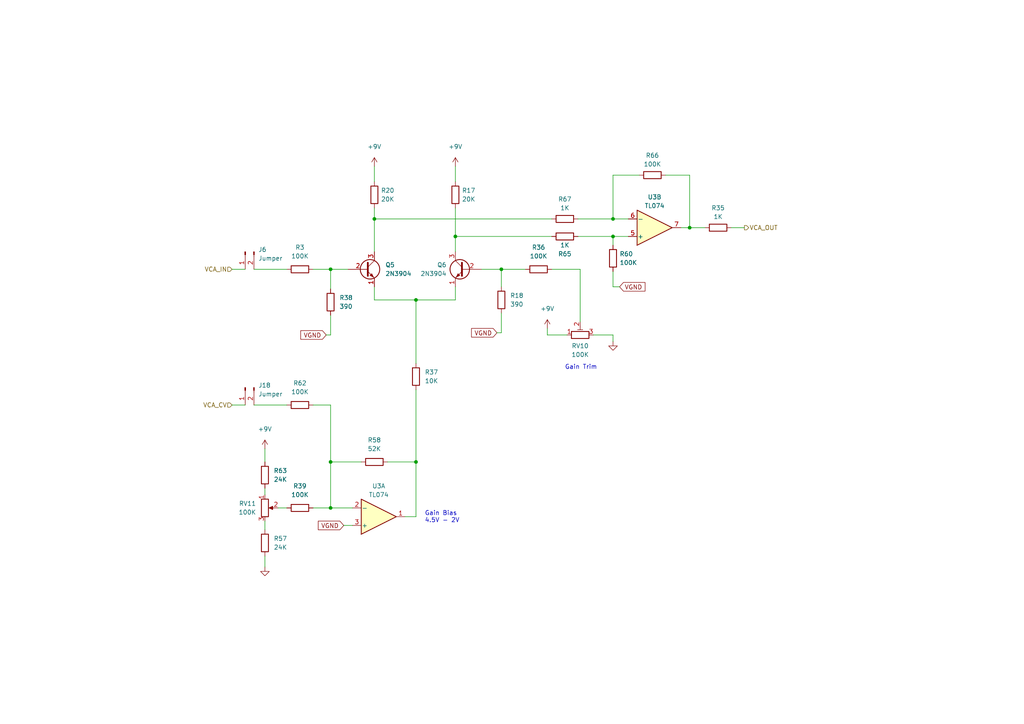
<source format=kicad_sch>
(kicad_sch (version 20211123) (generator eeschema)
  (paper "A4")
  (title_block (title "LivSynth - VCA") (date "2022-07-18") (rev "${Version}") (company "SloBlo Labs"))
  (lib_symbols
    (symbol "Amplifier_Operational:TL074" (pin_names (offset 0.127))
      (property "Reference" "U" (at 0 5.08 0))
      (property "Value" "TL074" (at 0 -5.08 0))
      (symbol "TL074_1_1"
        (polyline (pts (xy -5.08 5.08) (xy 5.08 0) (xy -5.08 -5.08) (xy -5.08 5.08)) (stroke (width 0.254)) (fill (type background)))
        (pin output line (at 7.62 0 180) (length 2.54) (name "~") (number "1"))
        (pin input line (at -7.62 -2.54 0) (length 2.54) (name "-") (number "2"))
        (pin input line (at -7.62 2.54 0) (length 2.54) (name "+") (number "3"))
      )
      (symbol "TL074_2_1"
        (polyline (pts (xy -5.08 5.08) (xy 5.08 0) (xy -5.08 -5.08) (xy -5.08 5.08)) (stroke (width 0.254)) (fill (type background)))
        (pin input line (at -7.62 2.54 0) (length 2.54) (name "+") (number "5"))
        (pin input line (at -7.62 -2.54 0) (length 2.54) (name "-") (number "6"))
        (pin output line (at 7.62 0 180) (length 2.54) (name "~") (number "7"))
      )
      (symbol "TL074_3_1"
        (polyline (pts (xy -5.08 5.08) (xy 5.08 0) (xy -5.08 -5.08) (xy -5.08 5.08)) (stroke (width 0.254)) (fill (type background)))
        (pin input line (at -7.62 2.54 0) (length 2.54) (name "+") (number "10"))
        (pin output line (at 7.62 0 180) (length 2.54) (name "~") (number "8"))
        (pin input line (at -7.62 -2.54 0) (length 2.54) (name "-") (number "9"))
      )
      (symbol "TL074_4_1"
        (polyline (pts (xy -5.08 5.08) (xy 5.08 0) (xy -5.08 -5.08) (xy -5.08 5.08)) (stroke (width 0.254)) (fill (type background)))
        (pin input line (at -7.62 2.54 0) (length 2.54) (name "+") (number "12"))
        (pin input line (at -7.62 -2.54 0) (length 2.54) (name "-") (number "13"))
        (pin output line (at 7.62 0 180) (length 2.54) (name "~") (number "14"))
      )
      (symbol "TL074_5_1"
        (pin power_in line (at -2.54 -7.62 90) (length 3.81) (name "V-") (number "11"))
        (pin power_in line (at -2.54 7.62 270) (length 3.81) (name "V+") (number "4"))
      )
    )
    (symbol "Connector:Conn_01x02_Male" (pin_names (offset 1.016) hide)
      (property "Reference" "J" (at 0 2.54 0))
      (property "Value" "Conn_01x02_Male" (at 0 -5.08 0))
      (symbol "Conn_01x02_Male_1_1"
        (polyline (pts (xy 1.27 -2.54) (xy 0.8636 -2.54)) (stroke (width 0.1524)))
        (polyline (pts (xy 1.27 0) (xy 0.8636 0)) (stroke (width 0.1524)))
        (rectangle (start 0.8636 -2.413) (end 0 -2.667) (stroke (width 0.1524)) (fill (type outline)))
        (rectangle (start 0.8636 0.127) (end 0 -0.127) (stroke (width 0.1524)) (fill (type outline)))
        (pin passive line (at 5.08 0 180) (length 3.81) (name "Pin_1") (number "1"))
        (pin passive line (at 5.08 -2.54 180) (length 3.81) (name "Pin_2") (number "2"))
      )
    )
    (symbol "Device:R" (pin_numbers hide) (pin_names (offset 0))
      (property "Reference" "R" (at 2.032 0 90))
      (property "Value" "R" (at 0 0 90))
      (symbol "R_0_1"
        (rectangle (start -1.016 -2.54) (end 1.016 2.54) (stroke (width 0.254)))
      )
      (symbol "R_1_1"
        (pin passive line (at 0 3.81 270) (length 1.27) (name "~") (number "1"))
        (pin passive line (at 0 -3.81 90) (length 1.27) (name "~") (number "2"))
      )
    )
    (symbol "Device:R_Potentiometer" (pin_names (offset 1.016) hide)
      (property "Reference" "RV" (at -4.445 0 90))
      (property "Value" "R_Potentiometer" (at -2.54 0 90))
      (symbol "R_Potentiometer_0_1"
        (polyline (pts (xy 2.54 0) (xy 1.524 0)))
        (polyline (pts (xy 1.143 0) (xy 2.286 0.508) (xy 2.286 -0.508) (xy 1.143 0)) (fill (type outline)))
        (rectangle (start 1.016 2.54) (end -1.016 -2.54) (stroke (width 0.254)))
      )
      (symbol "R_Potentiometer_1_1"
        (pin passive line (at 0 3.81 270) (length 1.27) (name "1") (number "1"))
        (pin passive line (at 3.81 0 180) (length 1.27) (name "2") (number "2"))
        (pin passive line (at 0 -3.81 90) (length 1.27) (name "3") (number "3"))
      )
    )
    (symbol "Device:R_Potentiometer_Trim" (pin_names (offset 1.016) hide)
      (property "Reference" "RV" (at -4.445 0 90))
      (property "Value" "R_Potentiometer_Trim" (at -2.54 0 90))
      (symbol "R_Potentiometer_Trim_0_1"
        (polyline (pts (xy 1.524 0.762) (xy 1.524 -0.762)))
        (polyline (pts (xy 2.54 0) (xy 1.524 0)))
        (rectangle (start 1.016 2.54) (end -1.016 -2.54) (stroke (width 0.254)))
      )
      (symbol "R_Potentiometer_Trim_1_1"
        (pin passive line (at 0 3.81 270) (length 1.27) (name "1") (number "1"))
        (pin passive line (at 3.81 0 180) (length 1.27) (name "2") (number "2"))
        (pin passive line (at 0 -3.81 90) (length 1.27) (name "3") (number "3"))
      )
    )
    (symbol "Transistor_BJT:2N3904" (pin_names (offset 0) hide)
      (property "Reference" "Q" (at 5.08 1.905 0))
      (property "Value" "2N3904" (at 5.08 0 0))
      (symbol "2N3904_0_1"
        (polyline (pts (xy 0.635 0.635) (xy 2.54 2.54)))
        (polyline (pts (xy 0.635 -0.635) (xy 2.54 -2.54) (xy 2.54 -2.54)))
        (polyline (pts (xy 0.635 1.905) (xy 0.635 -1.905) (xy 0.635 -1.905)) (stroke (width 0.508)))
        (polyline (pts (xy 1.27 -1.778) (xy 1.778 -1.27) (xy 2.286 -2.286) (xy 1.27 -1.778) (xy 1.27 -1.778)) (fill (type outline)))
        (circle (center 1.27 0) (radius 2.8194) (stroke (width 0.254)))
      )
      (symbol "2N3904_1_1"
        (pin passive line (at 2.54 -5.08 90) (length 2.54) (name "E") (number "1"))
        (pin passive line (at -5.08 0 0) (length 5.715) (name "B") (number "2"))
        (pin passive line (at 2.54 5.08 270) (length 2.54) (name "C") (number "3"))
      )
    )
    (symbol "power:+9V" (power) (pin_names (offset 0))
      (property "Value" "+9V" (at 0 3.556 0))
      (symbol "+9V_0_1"
        (polyline (pts (xy -0.762 1.27) (xy 0 2.54)))
        (polyline (pts (xy 0 0) (xy 0 2.54)))
        (polyline (pts (xy 0 2.54) (xy 0.762 1.27)))
      )
      (symbol "+9V_1_1"
        (pin power_in line (at 0 0 90) (length 0) hide (name "+9V") (number "1"))
      )
    )
    (symbol "power:GND" (power) (pin_names (offset 0))
      (property "Value" "GND" (at 0 -3.81 0))
      (symbol "GND_0_1"
        (polyline (pts (xy 0 0) (xy 0 -1.27) (xy 1.27 -1.27) (xy 0 -2.54) (xy -1.27 -1.27) (xy 0 -1.27)))
      )
      (symbol "GND_1_1"
        (pin power_in line (at 0 0 270) (length 0) hide (name "GND") (number "1"))
      )
    )
  )
  (junction (at 177.8 68.58))
  (junction (at 120.65 86.995))
  (junction (at 95.885 147.32))
  (junction (at 132.08 68.58))
  (junction (at 108.585 63.5))
  (junction (at 200.025 66.04))
  (junction (at 95.885 78.105))
  (junction (at 95.885 133.985))
  (junction (at 120.65 133.985))
  (junction (at 145.415 78.105))
  (junction (at 177.8 63.5))
  (wire (pts (xy 200.025 66.04) (xy 204.47 66.04)))
  (wire (pts (xy 67.31 117.475) (xy 71.12 117.475)))
  (wire (pts (xy 108.585 48.26) (xy 108.585 52.705)))
  (wire (pts (xy 139.7 78.105) (xy 145.415 78.105)))
  (wire (pts (xy 120.65 133.985) (xy 120.65 149.86)))
  (wire (pts (xy 90.805 117.475) (xy 95.885 117.475)))
  (wire (pts (xy 90.805 147.32) (xy 95.885 147.32)))
  (wire (pts (xy 200.025 66.04) (xy 200.025 50.8)))
  (wire (pts (xy 120.65 86.995) (xy 132.08 86.995)))
  (wire (pts (xy 95.885 147.32) (xy 102.235 147.32)))
  (wire (pts (xy 212.09 66.04) (xy 215.9 66.04)))
  (wire (pts (xy 177.8 50.8) (xy 177.8 63.5)))
  (wire (pts (xy 177.8 68.58) (xy 177.8 71.12)))
  (wire (pts (xy 185.42 50.8) (xy 177.8 50.8)))
  (wire (pts (xy 177.8 83.185) (xy 179.705 83.185)))
  (wire (pts (xy 200.025 50.8) (xy 193.04 50.8)))
  (wire (pts (xy 76.835 130.175) (xy 76.835 133.985)))
  (wire (pts (xy 73.66 78.105) (xy 83.185 78.105)))
  (wire (pts (xy 158.75 95.25) (xy 158.75 97.155)))
  (wire (pts (xy 95.885 78.105) (xy 100.965 78.105)))
  (wire (pts (xy 90.805 78.105) (xy 95.885 78.105)))
  (wire (pts (xy 108.585 63.5) (xy 108.585 73.025)))
  (wire (pts (xy 144.145 96.52) (xy 145.415 96.52)))
  (wire (pts (xy 132.08 68.58) (xy 132.08 73.025)))
  (wire (pts (xy 160.02 78.105) (xy 168.275 78.105)))
  (wire (pts (xy 99.695 152.4) (xy 102.235 152.4)))
  (wire (pts (xy 120.65 105.41) (xy 120.65 86.995)))
  (wire (pts (xy 177.8 63.5) (xy 182.245 63.5)))
  (wire (pts (xy 76.835 161.29) (xy 76.835 164.465)))
  (wire (pts (xy 108.585 86.995) (xy 120.65 86.995)))
  (wire (pts (xy 112.395 133.985) (xy 120.65 133.985)))
  (wire (pts (xy 94.615 97.155) (xy 95.885 97.155)))
  (wire (pts (xy 167.64 63.5) (xy 177.8 63.5)))
  (wire (pts (xy 168.275 78.105) (xy 168.275 93.345)))
  (wire (pts (xy 76.835 141.605) (xy 76.835 143.51)))
  (wire (pts (xy 67.31 78.105) (xy 71.12 78.105)))
  (wire (pts (xy 197.485 66.04) (xy 200.025 66.04)))
  (wire (pts (xy 95.885 83.82) (xy 95.885 78.105)))
  (wire (pts (xy 73.66 117.475) (xy 83.185 117.475)))
  (wire (pts (xy 108.585 60.325) (xy 108.585 63.5)))
  (wire (pts (xy 177.8 97.155) (xy 177.8 99.06)))
  (wire (pts (xy 158.75 97.155) (xy 164.465 97.155)))
  (wire (pts (xy 145.415 78.105) (xy 152.4 78.105)))
  (wire (pts (xy 104.775 133.985) (xy 95.885 133.985)))
  (wire (pts (xy 76.835 151.13) (xy 76.835 153.67)))
  (wire (pts (xy 145.415 96.52) (xy 145.415 90.805)))
  (wire (pts (xy 177.8 78.74) (xy 177.8 83.185)))
  (wire (pts (xy 120.65 149.86) (xy 117.475 149.86)))
  (wire (pts (xy 108.585 83.185) (xy 108.585 86.995)))
  (wire (pts (xy 120.65 113.03) (xy 120.65 133.985)))
  (wire (pts (xy 132.08 60.325) (xy 132.08 68.58)))
  (wire (pts (xy 177.8 68.58) (xy 182.245 68.58)))
  (wire (pts (xy 95.885 117.475) (xy 95.885 133.985)))
  (wire (pts (xy 132.08 52.705) (xy 132.08 48.26)))
  (wire (pts (xy 132.08 68.58) (xy 160.02 68.58)))
  (wire (pts (xy 108.585 63.5) (xy 160.02 63.5)))
  (wire (pts (xy 95.885 133.985) (xy 95.885 147.32)))
  (wire (pts (xy 132.08 86.995) (xy 132.08 83.185)))
  (wire (pts (xy 172.085 97.155) (xy 177.8 97.155)))
  (wire (pts (xy 167.64 68.58) (xy 177.8 68.58)))
  (wire (pts (xy 145.415 83.185) (xy 145.415 78.105)))
  (wire (pts (xy 80.645 147.32) (xy 83.185 147.32)))
  (wire (pts (xy 95.885 97.155) (xy 95.885 91.44)))
  (text "Gain Trim" (at 163.83 107.315 0) (effects (font (size 1.27 1.27)) (justify left bottom)))
  (text "Gain Bias\n4.5V - 2V" (at 123.19 151.765 0) (effects (font (size 1.27 1.27)) (justify left bottom)))
  (global_label "VGND" (shape input) (at 179.705 83.185 0) (property "Intersheet References" "${INTERSHEET_REFS}" (effects hide)))
  (global_label "VGND" (shape input) (at 94.615 97.155 180) (property "Intersheet References" "${INTERSHEET_REFS}" (effects hide)))
  (global_label "VGND" (shape input) (at 99.695 152.4 180) (property "Intersheet References" "${INTERSHEET_REFS}" (effects hide)))
  (global_label "VGND" (shape input) (at 144.145 96.52 180) (property "Intersheet References" "${INTERSHEET_REFS}" (effects hide)))
  (hierarchical_label "VCA_OUT" (shape output) (at 215.9 66.04 0))
  (hierarchical_label "VCA_IN" (shape input) (at 67.31 78.105 180))
  (hierarchical_label "VCA_CV" (shape input) (at 67.31 117.475 180))
  (symbol (lib_id "power:GND") (at 76.835 164.465 0) (unit 1)
    (property "Reference" "#PWR061" (effects hide))
    (property "Value" "GND" (effects hide))
  )
  (symbol (lib_id "power:+9V") (at 108.585 48.26 0) (unit 1)
    (property "Reference" "#PWR056" (effects hide))
    (property "Value" "+9V" (at 108.585 42.545 0))
  )
  (symbol (lib_id "Device:R") (at 132.08 56.515 0) (unit 1)
    (property "Reference" "R17" (at 133.985 55.2449 0) (effects (justify left)))
    (property "Value" "20K" (at 133.985 57.7849 0) (effects (justify left)))
    (property "Footprint" "Resistor_THT:R_Axial_DIN0207_L6.3mm_D2.5mm_P7.62mm_Horizontal" (effects hide))
  )
  (symbol (lib_id "Device:R") (at 120.65 109.22 0) (unit 1)
    (property "Reference" "R37" (at 123.19 107.9499 0) (effects (justify left)))
    (property "Value" "10K" (at 123.19 110.4899 0) (effects (justify left)))
    (property "Footprint" "Resistor_THT:R_Axial_DIN0207_L6.3mm_D2.5mm_P7.62mm_Horizontal" (effects hide))
  )
  (symbol (lib_id "Device:R") (at 95.885 87.63 0) (unit 1)
    (property "Reference" "R38" (at 98.425 86.3599 0) (effects (justify left)))
    (property "Value" "390" (at 98.425 88.8999 0) (effects (justify left)))
    (property "Footprint" "Resistor_THT:R_Axial_DIN0207_L6.3mm_D2.5mm_P7.62mm_Horizontal" (effects hide))
  )
  (symbol (lib_id "Device:R") (at 86.995 147.32 90) (unit 1)
    (property "Reference" "R39" (at 86.995 140.97 90))
    (property "Value" "100K" (at 86.995 143.51 90))
    (property "Footprint" "Resistor_THT:R_Axial_DIN0207_L6.3mm_D2.5mm_P7.62mm_Horizontal" (effects hide))
  )
  (symbol (lib_id "power:+9V") (at 132.08 48.26 0) (unit 1)
    (property "Reference" "#PWR057" (effects hide))
    (property "Value" "+9V" (at 132.08 42.545 0))
  )
  (symbol (lib_id "Device:R") (at 108.585 56.515 0) (unit 1)
    (property "Reference" "R20" (at 110.49 55.2449 0) (effects (justify left)))
    (property "Value" "20K" (at 110.49 57.7849 0) (effects (justify left)))
    (property "Footprint" "Resistor_THT:R_Axial_DIN0207_L6.3mm_D2.5mm_P7.62mm_Horizontal" (effects hide))
  )
  (symbol (lib_id "Device:R") (at 76.835 137.795 0) (unit 1)
    (property "Reference" "R63" (at 79.375 136.5249 0) (effects (justify left)))
    (property "Value" "24K" (at 79.375 139.0649 0) (effects (justify left)))
    (property "Footprint" "Resistor_THT:R_Axial_DIN0207_L6.3mm_D2.5mm_P7.62mm_Horizontal" (effects hide))
  )
  (symbol (lib_id "Device:R") (at 86.995 117.475 90) (unit 1)
    (property "Reference" "R62" (at 86.995 111.125 90))
    (property "Value" "100K" (at 86.995 113.665 90))
    (property "Footprint" "Resistor_THT:R_Axial_DIN0207_L6.3mm_D2.5mm_P7.62mm_Horizontal" (effects hide))
  )
  (symbol (lib_id "Transistor_BJT:2N3904") (at 106.045 78.105 0) (unit 1)
    (property "Reference" "Q5" (at 111.76 76.8349 0) (effects (justify left)))
    (property "Value" "2N3904" (at 111.76 79.3749 0) (effects (justify left)))
    (property "Footprint" "Package_TO_SOT_THT:TO-92_Inline" (effects hide))
    (property "Datasheet" "https://www.onsemi.com/pub/Collateral/2N3903-D.PDF" (effects hide))
  )
  (symbol (lib_id "Amplifier_Operational:TL074") (at 189.865 66.04 0) (mirror x) (unit 2)
    (property "Reference" "U3" (at 189.865 57.15 0))
    (property "Value" "TL074" (at 189.865 59.69 0))
    (property "Footprint" "Package_SO:SOIC-14_3.9x8.7mm_P1.27mm" (effects hide))
    (property "Datasheet" "http://www.ti.com/lit/ds/symlink/tl071.pdf" (effects hide))
  )
  (symbol (lib_id "Device:R") (at 108.585 133.985 90) (unit 1)
    (property "Reference" "R58" (at 108.585 127.635 90))
    (property "Value" "52K" (at 108.585 130.175 90))
    (property "Footprint" "Resistor_THT:R_Axial_DIN0207_L6.3mm_D2.5mm_P7.62mm_Horizontal" (effects hide))
  )
  (symbol (lib_id "Connector:Conn_01x02_Male") (at 71.12 73.025 90) (mirror x) (unit 1)
    (property "Reference" "J6" (at 74.93 72.3899 90) (effects (justify right)))
    (property "Value" "Jumper" (at 74.93 74.9299 90) (effects (justify right)))
    (property "Footprint" "Connector_PinHeader_2.54mm:PinHeader_1x02_P2.54mm_Vertical" (effects hide))
  )
  (symbol (lib_id "Device:R") (at 163.83 63.5 90) (unit 1)
    (property "Reference" "R67" (at 163.83 57.785 90))
    (property "Value" "1K" (at 163.83 60.325 90))
    (property "Footprint" "Resistor_THT:R_Axial_DIN0207_L6.3mm_D2.5mm_P7.62mm_Horizontal" (effects hide))
  )
  (symbol (lib_id "Connector:Conn_01x02_Male") (at 71.12 112.395 90) (mirror x) (unit 1)
    (property "Reference" "J18" (at 74.93 111.7599 90) (effects (justify right)))
    (property "Value" "Jumper" (at 74.93 114.2999 90) (effects (justify right)))
    (property "Footprint" "Connector_PinHeader_2.54mm:PinHeader_1x02_P2.54mm_Vertical" (effects hide))
  )
  (symbol (lib_id "Device:R") (at 86.995 78.105 90) (unit 1)
    (property "Reference" "R3" (at 86.995 71.755 90))
    (property "Value" "100K" (at 86.995 74.295 90))
    (property "Footprint" "Resistor_THT:R_Axial_DIN0207_L6.3mm_D2.5mm_P7.62mm_Horizontal" (effects hide))
  )
  (symbol (lib_id "Device:R") (at 163.83 68.58 90) (unit 1)
    (property "Reference" "R65" (at 163.83 73.66 90))
    (property "Value" "1K" (at 163.83 71.12 90))
    (property "Footprint" "Resistor_THT:R_Axial_DIN0207_L6.3mm_D2.5mm_P7.62mm_Horizontal" (effects hide))
  )
  (symbol (lib_id "Device:R") (at 156.21 78.105 90) (unit 1)
    (property "Reference" "R36" (at 156.21 71.755 90))
    (property "Value" "100K" (at 156.21 74.295 90))
    (property "Footprint" "Resistor_THT:R_Axial_DIN0207_L6.3mm_D2.5mm_P7.62mm_Horizontal" (effects hide))
  )
  (symbol (lib_id "Device:R_Potentiometer") (at 76.835 147.32 0) (unit 1)
    (property "Reference" "RV11" (at 74.295 146.0499 0) (effects (justify right)))
    (property "Value" "100K" (at 74.295 148.5899 0) (effects (justify right)))
    (property "Footprint" "SloBlo:Alpha_RD901F" (effects hide))
  )
  (symbol (lib_id "Device:R_Potentiometer_Trim") (at 168.275 97.155 90) (unit 1)
    (property "Reference" "RV10" (at 168.275 100.33 90))
    (property "Value" "100K" (at 168.275 102.87 90))
    (property "Footprint" "SloBlo:Potentiometer_Bourns_3296W_Vertical" (effects hide))
  )
  (symbol (lib_id "power:GND") (at 177.8 99.06 0) (unit 1)
    (property "Reference" "#PWR059" (effects hide))
    (property "Value" "GND" (effects hide))
  )
  (symbol (lib_id "Transistor_BJT:2N3904") (at 134.62 78.105 0) (mirror y) (unit 1)
    (property "Reference" "Q6" (at 129.54 76.8349 0) (effects (justify left)))
    (property "Value" "2N3904" (at 129.54 79.3749 0) (effects (justify left)))
    (property "Footprint" "Package_TO_SOT_THT:TO-92_Inline" (effects hide))
    (property "Datasheet" "https://www.onsemi.com/pub/Collateral/2N3903-D.PDF" (effects hide))
  )
  (symbol (lib_id "Device:R") (at 189.23 50.8 270) (unit 1)
    (property "Reference" "R66" (at 189.23 45.085 90))
    (property "Value" "100K" (at 189.23 47.625 90))
    (property "Footprint" "Resistor_THT:R_Axial_DIN0207_L6.3mm_D2.5mm_P7.62mm_Horizontal" (effects hide))
  )
  (symbol (lib_id "power:+9V") (at 76.835 130.175 0) (unit 1)
    (property "Reference" "#PWR060" (effects hide))
    (property "Value" "+9V" (at 76.835 124.46 0))
  )
  (symbol (lib_id "Device:R") (at 177.8 74.93 180) (unit 1)
    (property "Reference" "R60" (at 179.705 73.6599 0) (effects (justify right)))
    (property "Value" "100K" (at 179.705 76.1999 0) (effects (justify right)))
    (property "Footprint" "Resistor_THT:R_Axial_DIN0207_L6.3mm_D2.5mm_P7.62mm_Horizontal" (effects hide))
  )
  (symbol (lib_id "Device:R") (at 145.415 86.995 0) (unit 1)
    (property "Reference" "R18" (at 147.955 85.7249 0) (effects (justify left)))
    (property "Value" "390" (at 147.955 88.2649 0) (effects (justify left)))
    (property "Footprint" "Resistor_THT:R_Axial_DIN0207_L6.3mm_D2.5mm_P7.62mm_Horizontal" (effects hide))
  )
  (symbol (lib_id "power:+9V") (at 158.75 95.25 0) (unit 1)
    (property "Reference" "#PWR058" (effects hide))
    (property "Value" "+9V" (at 158.75 89.535 0))
  )
  (symbol (lib_id "Device:R") (at 76.835 157.48 0) (unit 1)
    (property "Reference" "R57" (at 79.375 156.2099 0) (effects (justify left)))
    (property "Value" "24K" (at 79.375 158.7499 0) (effects (justify left)))
    (property "Footprint" "Resistor_THT:R_Axial_DIN0207_L6.3mm_D2.5mm_P7.62mm_Horizontal" (effects hide))
  )
  (symbol (lib_id "Amplifier_Operational:TL074") (at 109.855 149.86 0) (mirror x) (unit 1)
    (property "Reference" "U3" (at 109.855 140.97 0))
    (property "Value" "TL074" (at 109.855 143.51 0))
    (property "Footprint" "Package_SO:SOIC-14_3.9x8.7mm_P1.27mm" (effects hide))
    (property "Datasheet" "http://www.ti.com/lit/ds/symlink/tl071.pdf" (effects hide))
  )
  (symbol (lib_id "Device:R") (at 208.28 66.04 90) (unit 1)
    (property "Reference" "R35" (at 208.28 60.325 90))
    (property "Value" "1K" (at 208.28 62.865 90))
    (property "Footprint" "Resistor_THT:R_Axial_DIN0207_L6.3mm_D2.5mm_P7.62mm_Horizontal" (effects hide))
  )
)
</source>
